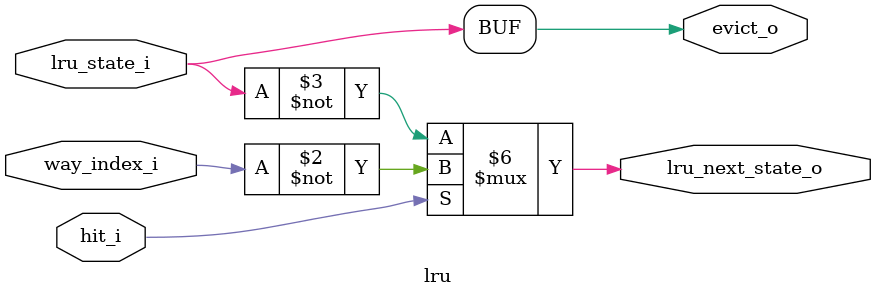
<source format=sv>
module lru(
    input logic lru_state_i, // Current PLRU state bits see definition above
    input logic hit_i,

    output logic  lru_next_state_o,

    input logic way_index_i,
    output logic evict_o
);

always_comb begin : lru_next_state_logic
    // If we hit use the way we hit to update LRU,
    // if we muss use the evicted to update LRU
    if(hit_i) begin
        lru_next_state_o = ~way_index_i;
    end
    else begin
        lru_next_state_o = ~evict_o;
    end
end

always_comb begin : evict_logic
    evict_o = lru_state_i;
end

endmodule
</source>
